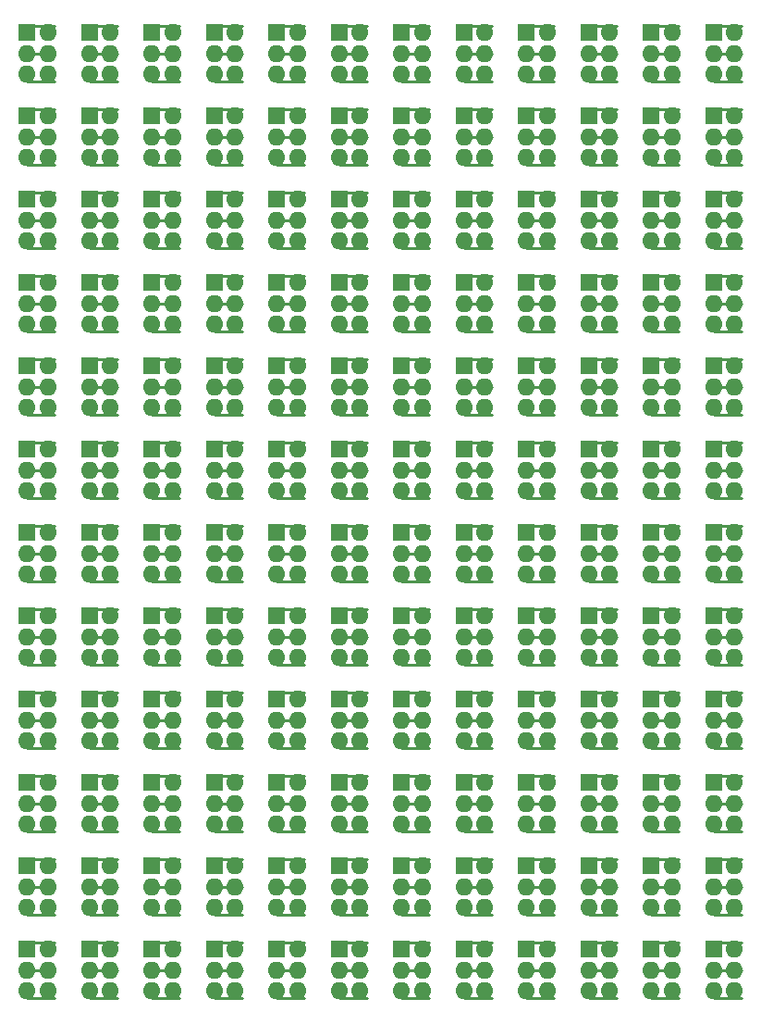
<source format=gbr>
%TF.GenerationSoftware,KiCad,Pcbnew,(6.0.10-0)*%
%TF.CreationDate,2023-11-17T22:44:03+01:00*%
%TF.ProjectId,test sensor panelized,74657374-2073-4656-9e73-6f722070616e,rev?*%
%TF.SameCoordinates,Original*%
%TF.FileFunction,Copper,L1,Top*%
%TF.FilePolarity,Positive*%
%FSLAX46Y46*%
G04 Gerber Fmt 4.6, Leading zero omitted, Abs format (unit mm)*
G04 Created by KiCad (PCBNEW (6.0.10-0)) date 2023-11-17 22:44:03*
%MOMM*%
%LPD*%
G01*
G04 APERTURE LIST*
%TA.AperFunction,ComponentPad*%
%ADD10R,1.600000X1.600000*%
%TD*%
%TA.AperFunction,ComponentPad*%
%ADD11O,1.600000X1.600000*%
%TD*%
%TA.AperFunction,Conductor*%
%ADD12C,0.250000*%
%TD*%
G04 APERTURE END LIST*
D10*
%TO.P,SW1,1*%
%TO.N,N/C*%
X150130000Y-59385000D03*
D11*
%TO.P,SW1,2*%
X150130000Y-61290000D03*
%TO.P,SW1,3*%
X150130000Y-63195000D03*
%TO.P,SW1,4*%
X152035000Y-63195000D03*
%TO.P,SW1,5*%
X152035000Y-61290000D03*
%TO.P,SW1,6*%
X152035000Y-59385000D03*
%TD*%
D10*
%TO.P,SW1,1*%
%TO.N,N/C*%
X127270000Y-112725000D03*
D11*
%TO.P,SW1,2*%
X127270000Y-114630000D03*
%TO.P,SW1,3*%
X127270000Y-116535000D03*
%TO.P,SW1,4*%
X129175000Y-116535000D03*
%TO.P,SW1,5*%
X129175000Y-114630000D03*
%TO.P,SW1,6*%
X129175000Y-112725000D03*
%TD*%
D10*
%TO.P,SW1,1*%
%TO.N,N/C*%
X138700000Y-28905000D03*
D11*
%TO.P,SW1,2*%
X138700000Y-30810000D03*
%TO.P,SW1,3*%
X138700000Y-32715000D03*
%TO.P,SW1,4*%
X140605000Y-32715000D03*
%TO.P,SW1,5*%
X140605000Y-30810000D03*
%TO.P,SW1,6*%
X140605000Y-28905000D03*
%TD*%
D10*
%TO.P,SW1,1*%
%TO.N,N/C*%
X144415000Y-97485000D03*
D11*
%TO.P,SW1,2*%
X144415000Y-99390000D03*
%TO.P,SW1,3*%
X144415000Y-101295000D03*
%TO.P,SW1,4*%
X146320000Y-101295000D03*
%TO.P,SW1,5*%
X146320000Y-99390000D03*
%TO.P,SW1,6*%
X146320000Y-97485000D03*
%TD*%
D10*
%TO.P,SW1,1*%
%TO.N,N/C*%
X155845000Y-36525000D03*
D11*
%TO.P,SW1,2*%
X155845000Y-38430000D03*
%TO.P,SW1,3*%
X155845000Y-40335000D03*
%TO.P,SW1,4*%
X157750000Y-40335000D03*
%TO.P,SW1,5*%
X157750000Y-38430000D03*
%TO.P,SW1,6*%
X157750000Y-36525000D03*
%TD*%
D10*
%TO.P,SW1,1*%
%TO.N,N/C*%
X150130000Y-67005000D03*
D11*
%TO.P,SW1,2*%
X150130000Y-68910000D03*
%TO.P,SW1,3*%
X150130000Y-70815000D03*
%TO.P,SW1,4*%
X152035000Y-70815000D03*
%TO.P,SW1,5*%
X152035000Y-68910000D03*
%TO.P,SW1,6*%
X152035000Y-67005000D03*
%TD*%
D10*
%TO.P,SW1,1*%
%TO.N,N/C*%
X155845000Y-74625000D03*
D11*
%TO.P,SW1,2*%
X155845000Y-76530000D03*
%TO.P,SW1,3*%
X155845000Y-78435000D03*
%TO.P,SW1,4*%
X157750000Y-78435000D03*
%TO.P,SW1,5*%
X157750000Y-76530000D03*
%TO.P,SW1,6*%
X157750000Y-74625000D03*
%TD*%
D10*
%TO.P,SW1,1*%
%TO.N,N/C*%
X172990000Y-89865000D03*
D11*
%TO.P,SW1,2*%
X172990000Y-91770000D03*
%TO.P,SW1,3*%
X172990000Y-93675000D03*
%TO.P,SW1,4*%
X174895000Y-93675000D03*
%TO.P,SW1,5*%
X174895000Y-91770000D03*
%TO.P,SW1,6*%
X174895000Y-89865000D03*
%TD*%
D10*
%TO.P,SW1,1*%
%TO.N,N/C*%
X144415000Y-44145000D03*
D11*
%TO.P,SW1,2*%
X144415000Y-46050000D03*
%TO.P,SW1,3*%
X144415000Y-47955000D03*
%TO.P,SW1,4*%
X146320000Y-47955000D03*
%TO.P,SW1,5*%
X146320000Y-46050000D03*
%TO.P,SW1,6*%
X146320000Y-44145000D03*
%TD*%
D10*
%TO.P,SW1,1*%
%TO.N,N/C*%
X178705000Y-82245000D03*
D11*
%TO.P,SW1,2*%
X178705000Y-84150000D03*
%TO.P,SW1,3*%
X178705000Y-86055000D03*
%TO.P,SW1,4*%
X180610000Y-86055000D03*
%TO.P,SW1,5*%
X180610000Y-84150000D03*
%TO.P,SW1,6*%
X180610000Y-82245000D03*
%TD*%
D10*
%TO.P,SW1,1*%
%TO.N,N/C*%
X132985000Y-97485000D03*
D11*
%TO.P,SW1,2*%
X132985000Y-99390000D03*
%TO.P,SW1,3*%
X132985000Y-101295000D03*
%TO.P,SW1,4*%
X134890000Y-101295000D03*
%TO.P,SW1,5*%
X134890000Y-99390000D03*
%TO.P,SW1,6*%
X134890000Y-97485000D03*
%TD*%
D10*
%TO.P,SW1,1*%
%TO.N,N/C*%
X155845000Y-51765000D03*
D11*
%TO.P,SW1,2*%
X155845000Y-53670000D03*
%TO.P,SW1,3*%
X155845000Y-55575000D03*
%TO.P,SW1,4*%
X157750000Y-55575000D03*
%TO.P,SW1,5*%
X157750000Y-53670000D03*
%TO.P,SW1,6*%
X157750000Y-51765000D03*
%TD*%
D10*
%TO.P,SW1,1*%
%TO.N,N/C*%
X155845000Y-82245000D03*
D11*
%TO.P,SW1,2*%
X155845000Y-84150000D03*
%TO.P,SW1,3*%
X155845000Y-86055000D03*
%TO.P,SW1,4*%
X157750000Y-86055000D03*
%TO.P,SW1,5*%
X157750000Y-84150000D03*
%TO.P,SW1,6*%
X157750000Y-82245000D03*
%TD*%
D10*
%TO.P,SW1,1*%
%TO.N,N/C*%
X115840000Y-36525000D03*
D11*
%TO.P,SW1,2*%
X115840000Y-38430000D03*
%TO.P,SW1,3*%
X115840000Y-40335000D03*
%TO.P,SW1,4*%
X117745000Y-40335000D03*
%TO.P,SW1,5*%
X117745000Y-38430000D03*
%TO.P,SW1,6*%
X117745000Y-36525000D03*
%TD*%
D10*
%TO.P,SW1,1*%
%TO.N,N/C*%
X155845000Y-59385000D03*
D11*
%TO.P,SW1,2*%
X155845000Y-61290000D03*
%TO.P,SW1,3*%
X155845000Y-63195000D03*
%TO.P,SW1,4*%
X157750000Y-63195000D03*
%TO.P,SW1,5*%
X157750000Y-61290000D03*
%TO.P,SW1,6*%
X157750000Y-59385000D03*
%TD*%
D10*
%TO.P,SW1,1*%
%TO.N,N/C*%
X172990000Y-82245000D03*
D11*
%TO.P,SW1,2*%
X172990000Y-84150000D03*
%TO.P,SW1,3*%
X172990000Y-86055000D03*
%TO.P,SW1,4*%
X174895000Y-86055000D03*
%TO.P,SW1,5*%
X174895000Y-84150000D03*
%TO.P,SW1,6*%
X174895000Y-82245000D03*
%TD*%
D10*
%TO.P,SW1,1*%
%TO.N,N/C*%
X167275000Y-74625000D03*
D11*
%TO.P,SW1,2*%
X167275000Y-76530000D03*
%TO.P,SW1,3*%
X167275000Y-78435000D03*
%TO.P,SW1,4*%
X169180000Y-78435000D03*
%TO.P,SW1,5*%
X169180000Y-76530000D03*
%TO.P,SW1,6*%
X169180000Y-74625000D03*
%TD*%
D10*
%TO.P,SW1,1*%
%TO.N,N/C*%
X167275000Y-105105000D03*
D11*
%TO.P,SW1,2*%
X167275000Y-107010000D03*
%TO.P,SW1,3*%
X167275000Y-108915000D03*
%TO.P,SW1,4*%
X169180000Y-108915000D03*
%TO.P,SW1,5*%
X169180000Y-107010000D03*
%TO.P,SW1,6*%
X169180000Y-105105000D03*
%TD*%
D10*
%TO.P,SW1,1*%
%TO.N,N/C*%
X127270000Y-89865000D03*
D11*
%TO.P,SW1,2*%
X127270000Y-91770000D03*
%TO.P,SW1,3*%
X127270000Y-93675000D03*
%TO.P,SW1,4*%
X129175000Y-93675000D03*
%TO.P,SW1,5*%
X129175000Y-91770000D03*
%TO.P,SW1,6*%
X129175000Y-89865000D03*
%TD*%
D10*
%TO.P,SW1,1*%
%TO.N,N/C*%
X115840000Y-89865000D03*
D11*
%TO.P,SW1,2*%
X115840000Y-91770000D03*
%TO.P,SW1,3*%
X115840000Y-93675000D03*
%TO.P,SW1,4*%
X117745000Y-93675000D03*
%TO.P,SW1,5*%
X117745000Y-91770000D03*
%TO.P,SW1,6*%
X117745000Y-89865000D03*
%TD*%
D10*
%TO.P,SW1,1*%
%TO.N,N/C*%
X138700000Y-36525000D03*
D11*
%TO.P,SW1,2*%
X138700000Y-38430000D03*
%TO.P,SW1,3*%
X138700000Y-40335000D03*
%TO.P,SW1,4*%
X140605000Y-40335000D03*
%TO.P,SW1,5*%
X140605000Y-38430000D03*
%TO.P,SW1,6*%
X140605000Y-36525000D03*
%TD*%
D10*
%TO.P,SW1,1*%
%TO.N,N/C*%
X150130000Y-28905000D03*
D11*
%TO.P,SW1,2*%
X150130000Y-30810000D03*
%TO.P,SW1,3*%
X150130000Y-32715000D03*
%TO.P,SW1,4*%
X152035000Y-32715000D03*
%TO.P,SW1,5*%
X152035000Y-30810000D03*
%TO.P,SW1,6*%
X152035000Y-28905000D03*
%TD*%
D10*
%TO.P,SW1,1*%
%TO.N,N/C*%
X144415000Y-82245000D03*
D11*
%TO.P,SW1,2*%
X144415000Y-84150000D03*
%TO.P,SW1,3*%
X144415000Y-86055000D03*
%TO.P,SW1,4*%
X146320000Y-86055000D03*
%TO.P,SW1,5*%
X146320000Y-84150000D03*
%TO.P,SW1,6*%
X146320000Y-82245000D03*
%TD*%
D10*
%TO.P,SW1,1*%
%TO.N,N/C*%
X127270000Y-105105000D03*
D11*
%TO.P,SW1,2*%
X127270000Y-107010000D03*
%TO.P,SW1,3*%
X127270000Y-108915000D03*
%TO.P,SW1,4*%
X129175000Y-108915000D03*
%TO.P,SW1,5*%
X129175000Y-107010000D03*
%TO.P,SW1,6*%
X129175000Y-105105000D03*
%TD*%
D10*
%TO.P,SW1,1*%
%TO.N,N/C*%
X172990000Y-28905000D03*
D11*
%TO.P,SW1,2*%
X172990000Y-30810000D03*
%TO.P,SW1,3*%
X172990000Y-32715000D03*
%TO.P,SW1,4*%
X174895000Y-32715000D03*
%TO.P,SW1,5*%
X174895000Y-30810000D03*
%TO.P,SW1,6*%
X174895000Y-28905000D03*
%TD*%
D10*
%TO.P,SW1,1*%
%TO.N,N/C*%
X121555000Y-51765000D03*
D11*
%TO.P,SW1,2*%
X121555000Y-53670000D03*
%TO.P,SW1,3*%
X121555000Y-55575000D03*
%TO.P,SW1,4*%
X123460000Y-55575000D03*
%TO.P,SW1,5*%
X123460000Y-53670000D03*
%TO.P,SW1,6*%
X123460000Y-51765000D03*
%TD*%
D10*
%TO.P,SW1,1*%
%TO.N,N/C*%
X167275000Y-67005000D03*
D11*
%TO.P,SW1,2*%
X167275000Y-68910000D03*
%TO.P,SW1,3*%
X167275000Y-70815000D03*
%TO.P,SW1,4*%
X169180000Y-70815000D03*
%TO.P,SW1,5*%
X169180000Y-68910000D03*
%TO.P,SW1,6*%
X169180000Y-67005000D03*
%TD*%
D10*
%TO.P,SW1,1*%
%TO.N,N/C*%
X127270000Y-67005000D03*
D11*
%TO.P,SW1,2*%
X127270000Y-68910000D03*
%TO.P,SW1,3*%
X127270000Y-70815000D03*
%TO.P,SW1,4*%
X129175000Y-70815000D03*
%TO.P,SW1,5*%
X129175000Y-68910000D03*
%TO.P,SW1,6*%
X129175000Y-67005000D03*
%TD*%
D10*
%TO.P,SW1,1*%
%TO.N,N/C*%
X172990000Y-67005000D03*
D11*
%TO.P,SW1,2*%
X172990000Y-68910000D03*
%TO.P,SW1,3*%
X172990000Y-70815000D03*
%TO.P,SW1,4*%
X174895000Y-70815000D03*
%TO.P,SW1,5*%
X174895000Y-68910000D03*
%TO.P,SW1,6*%
X174895000Y-67005000D03*
%TD*%
D10*
%TO.P,SW1,1*%
%TO.N,N/C*%
X144415000Y-36525000D03*
D11*
%TO.P,SW1,2*%
X144415000Y-38430000D03*
%TO.P,SW1,3*%
X144415000Y-40335000D03*
%TO.P,SW1,4*%
X146320000Y-40335000D03*
%TO.P,SW1,5*%
X146320000Y-38430000D03*
%TO.P,SW1,6*%
X146320000Y-36525000D03*
%TD*%
D10*
%TO.P,SW1,1*%
%TO.N,N/C*%
X132985000Y-67005000D03*
D11*
%TO.P,SW1,2*%
X132985000Y-68910000D03*
%TO.P,SW1,3*%
X132985000Y-70815000D03*
%TO.P,SW1,4*%
X134890000Y-70815000D03*
%TO.P,SW1,5*%
X134890000Y-68910000D03*
%TO.P,SW1,6*%
X134890000Y-67005000D03*
%TD*%
D10*
%TO.P,SW1,1*%
%TO.N,N/C*%
X144415000Y-67005000D03*
D11*
%TO.P,SW1,2*%
X144415000Y-68910000D03*
%TO.P,SW1,3*%
X144415000Y-70815000D03*
%TO.P,SW1,4*%
X146320000Y-70815000D03*
%TO.P,SW1,5*%
X146320000Y-68910000D03*
%TO.P,SW1,6*%
X146320000Y-67005000D03*
%TD*%
D10*
%TO.P,SW1,1*%
%TO.N,N/C*%
X115840000Y-112725000D03*
D11*
%TO.P,SW1,2*%
X115840000Y-114630000D03*
%TO.P,SW1,3*%
X115840000Y-116535000D03*
%TO.P,SW1,4*%
X117745000Y-116535000D03*
%TO.P,SW1,5*%
X117745000Y-114630000D03*
%TO.P,SW1,6*%
X117745000Y-112725000D03*
%TD*%
D10*
%TO.P,SW1,1*%
%TO.N,N/C*%
X132985000Y-112725000D03*
D11*
%TO.P,SW1,2*%
X132985000Y-114630000D03*
%TO.P,SW1,3*%
X132985000Y-116535000D03*
%TO.P,SW1,4*%
X134890000Y-116535000D03*
%TO.P,SW1,5*%
X134890000Y-114630000D03*
%TO.P,SW1,6*%
X134890000Y-112725000D03*
%TD*%
D10*
%TO.P,SW1,1*%
%TO.N,N/C*%
X161560000Y-67005000D03*
D11*
%TO.P,SW1,2*%
X161560000Y-68910000D03*
%TO.P,SW1,3*%
X161560000Y-70815000D03*
%TO.P,SW1,4*%
X163465000Y-70815000D03*
%TO.P,SW1,5*%
X163465000Y-68910000D03*
%TO.P,SW1,6*%
X163465000Y-67005000D03*
%TD*%
D10*
%TO.P,SW1,1*%
%TO.N,N/C*%
X150130000Y-44145000D03*
D11*
%TO.P,SW1,2*%
X150130000Y-46050000D03*
%TO.P,SW1,3*%
X150130000Y-47955000D03*
%TO.P,SW1,4*%
X152035000Y-47955000D03*
%TO.P,SW1,5*%
X152035000Y-46050000D03*
%TO.P,SW1,6*%
X152035000Y-44145000D03*
%TD*%
D10*
%TO.P,SW1,1*%
%TO.N,N/C*%
X167275000Y-59385000D03*
D11*
%TO.P,SW1,2*%
X167275000Y-61290000D03*
%TO.P,SW1,3*%
X167275000Y-63195000D03*
%TO.P,SW1,4*%
X169180000Y-63195000D03*
%TO.P,SW1,5*%
X169180000Y-61290000D03*
%TO.P,SW1,6*%
X169180000Y-59385000D03*
%TD*%
D10*
%TO.P,SW1,1*%
%TO.N,N/C*%
X138700000Y-51765000D03*
D11*
%TO.P,SW1,2*%
X138700000Y-53670000D03*
%TO.P,SW1,3*%
X138700000Y-55575000D03*
%TO.P,SW1,4*%
X140605000Y-55575000D03*
%TO.P,SW1,5*%
X140605000Y-53670000D03*
%TO.P,SW1,6*%
X140605000Y-51765000D03*
%TD*%
D10*
%TO.P,SW1,1*%
%TO.N,N/C*%
X144415000Y-112725000D03*
D11*
%TO.P,SW1,2*%
X144415000Y-114630000D03*
%TO.P,SW1,3*%
X144415000Y-116535000D03*
%TO.P,SW1,4*%
X146320000Y-116535000D03*
%TO.P,SW1,5*%
X146320000Y-114630000D03*
%TO.P,SW1,6*%
X146320000Y-112725000D03*
%TD*%
D10*
%TO.P,SW1,1*%
%TO.N,N/C*%
X172990000Y-51765000D03*
D11*
%TO.P,SW1,2*%
X172990000Y-53670000D03*
%TO.P,SW1,3*%
X172990000Y-55575000D03*
%TO.P,SW1,4*%
X174895000Y-55575000D03*
%TO.P,SW1,5*%
X174895000Y-53670000D03*
%TO.P,SW1,6*%
X174895000Y-51765000D03*
%TD*%
D10*
%TO.P,SW1,1*%
%TO.N,N/C*%
X150130000Y-97485000D03*
D11*
%TO.P,SW1,2*%
X150130000Y-99390000D03*
%TO.P,SW1,3*%
X150130000Y-101295000D03*
%TO.P,SW1,4*%
X152035000Y-101295000D03*
%TO.P,SW1,5*%
X152035000Y-99390000D03*
%TO.P,SW1,6*%
X152035000Y-97485000D03*
%TD*%
D10*
%TO.P,SW1,1*%
%TO.N,N/C*%
X127270000Y-36525000D03*
D11*
%TO.P,SW1,2*%
X127270000Y-38430000D03*
%TO.P,SW1,3*%
X127270000Y-40335000D03*
%TO.P,SW1,4*%
X129175000Y-40335000D03*
%TO.P,SW1,5*%
X129175000Y-38430000D03*
%TO.P,SW1,6*%
X129175000Y-36525000D03*
%TD*%
D10*
%TO.P,SW1,1*%
%TO.N,N/C*%
X144415000Y-74625000D03*
D11*
%TO.P,SW1,2*%
X144415000Y-76530000D03*
%TO.P,SW1,3*%
X144415000Y-78435000D03*
%TO.P,SW1,4*%
X146320000Y-78435000D03*
%TO.P,SW1,5*%
X146320000Y-76530000D03*
%TO.P,SW1,6*%
X146320000Y-74625000D03*
%TD*%
D10*
%TO.P,SW1,1*%
%TO.N,N/C*%
X155845000Y-28905000D03*
D11*
%TO.P,SW1,2*%
X155845000Y-30810000D03*
%TO.P,SW1,3*%
X155845000Y-32715000D03*
%TO.P,SW1,4*%
X157750000Y-32715000D03*
%TO.P,SW1,5*%
X157750000Y-30810000D03*
%TO.P,SW1,6*%
X157750000Y-28905000D03*
%TD*%
D10*
%TO.P,SW1,1*%
%TO.N,N/C*%
X167275000Y-28905000D03*
D11*
%TO.P,SW1,2*%
X167275000Y-30810000D03*
%TO.P,SW1,3*%
X167275000Y-32715000D03*
%TO.P,SW1,4*%
X169180000Y-32715000D03*
%TO.P,SW1,5*%
X169180000Y-30810000D03*
%TO.P,SW1,6*%
X169180000Y-28905000D03*
%TD*%
D10*
%TO.P,SW1,1*%
%TO.N,N/C*%
X172990000Y-112725000D03*
D11*
%TO.P,SW1,2*%
X172990000Y-114630000D03*
%TO.P,SW1,3*%
X172990000Y-116535000D03*
%TO.P,SW1,4*%
X174895000Y-116535000D03*
%TO.P,SW1,5*%
X174895000Y-114630000D03*
%TO.P,SW1,6*%
X174895000Y-112725000D03*
%TD*%
D10*
%TO.P,SW1,1*%
%TO.N,N/C*%
X115840000Y-74625000D03*
D11*
%TO.P,SW1,2*%
X115840000Y-76530000D03*
%TO.P,SW1,3*%
X115840000Y-78435000D03*
%TO.P,SW1,4*%
X117745000Y-78435000D03*
%TO.P,SW1,5*%
X117745000Y-76530000D03*
%TO.P,SW1,6*%
X117745000Y-74625000D03*
%TD*%
D10*
%TO.P,SW1,1*%
%TO.N,N/C*%
X121555000Y-97485000D03*
D11*
%TO.P,SW1,2*%
X121555000Y-99390000D03*
%TO.P,SW1,3*%
X121555000Y-101295000D03*
%TO.P,SW1,4*%
X123460000Y-101295000D03*
%TO.P,SW1,5*%
X123460000Y-99390000D03*
%TO.P,SW1,6*%
X123460000Y-97485000D03*
%TD*%
D10*
%TO.P,SW1,1*%
%TO.N,N/C*%
X132985000Y-74625000D03*
D11*
%TO.P,SW1,2*%
X132985000Y-76530000D03*
%TO.P,SW1,3*%
X132985000Y-78435000D03*
%TO.P,SW1,4*%
X134890000Y-78435000D03*
%TO.P,SW1,5*%
X134890000Y-76530000D03*
%TO.P,SW1,6*%
X134890000Y-74625000D03*
%TD*%
D10*
%TO.P,SW1,1*%
%TO.N,N/C*%
X132985000Y-51765000D03*
D11*
%TO.P,SW1,2*%
X132985000Y-53670000D03*
%TO.P,SW1,3*%
X132985000Y-55575000D03*
%TO.P,SW1,4*%
X134890000Y-55575000D03*
%TO.P,SW1,5*%
X134890000Y-53670000D03*
%TO.P,SW1,6*%
X134890000Y-51765000D03*
%TD*%
D10*
%TO.P,SW1,1*%
%TO.N,N/C*%
X132985000Y-89865000D03*
D11*
%TO.P,SW1,2*%
X132985000Y-91770000D03*
%TO.P,SW1,3*%
X132985000Y-93675000D03*
%TO.P,SW1,4*%
X134890000Y-93675000D03*
%TO.P,SW1,5*%
X134890000Y-91770000D03*
%TO.P,SW1,6*%
X134890000Y-89865000D03*
%TD*%
D10*
%TO.P,SW1,1*%
%TO.N,N/C*%
X167275000Y-97485000D03*
D11*
%TO.P,SW1,2*%
X167275000Y-99390000D03*
%TO.P,SW1,3*%
X167275000Y-101295000D03*
%TO.P,SW1,4*%
X169180000Y-101295000D03*
%TO.P,SW1,5*%
X169180000Y-99390000D03*
%TO.P,SW1,6*%
X169180000Y-97485000D03*
%TD*%
D10*
%TO.P,SW1,1*%
%TO.N,N/C*%
X167275000Y-82245000D03*
D11*
%TO.P,SW1,2*%
X167275000Y-84150000D03*
%TO.P,SW1,3*%
X167275000Y-86055000D03*
%TO.P,SW1,4*%
X169180000Y-86055000D03*
%TO.P,SW1,5*%
X169180000Y-84150000D03*
%TO.P,SW1,6*%
X169180000Y-82245000D03*
%TD*%
D10*
%TO.P,SW1,1*%
%TO.N,N/C*%
X144415000Y-51765000D03*
D11*
%TO.P,SW1,2*%
X144415000Y-53670000D03*
%TO.P,SW1,3*%
X144415000Y-55575000D03*
%TO.P,SW1,4*%
X146320000Y-55575000D03*
%TO.P,SW1,5*%
X146320000Y-53670000D03*
%TO.P,SW1,6*%
X146320000Y-51765000D03*
%TD*%
D10*
%TO.P,SW1,1*%
%TO.N,N/C*%
X115840000Y-51765000D03*
D11*
%TO.P,SW1,2*%
X115840000Y-53670000D03*
%TO.P,SW1,3*%
X115840000Y-55575000D03*
%TO.P,SW1,4*%
X117745000Y-55575000D03*
%TO.P,SW1,5*%
X117745000Y-53670000D03*
%TO.P,SW1,6*%
X117745000Y-51765000D03*
%TD*%
D10*
%TO.P,SW1,1*%
%TO.N,N/C*%
X121555000Y-36525000D03*
D11*
%TO.P,SW1,2*%
X121555000Y-38430000D03*
%TO.P,SW1,3*%
X121555000Y-40335000D03*
%TO.P,SW1,4*%
X123460000Y-40335000D03*
%TO.P,SW1,5*%
X123460000Y-38430000D03*
%TO.P,SW1,6*%
X123460000Y-36525000D03*
%TD*%
D10*
%TO.P,SW1,1*%
%TO.N,N/C*%
X178705000Y-89865000D03*
D11*
%TO.P,SW1,2*%
X178705000Y-91770000D03*
%TO.P,SW1,3*%
X178705000Y-93675000D03*
%TO.P,SW1,4*%
X180610000Y-93675000D03*
%TO.P,SW1,5*%
X180610000Y-91770000D03*
%TO.P,SW1,6*%
X180610000Y-89865000D03*
%TD*%
D10*
%TO.P,SW1,1*%
%TO.N,N/C*%
X132985000Y-44145000D03*
D11*
%TO.P,SW1,2*%
X132985000Y-46050000D03*
%TO.P,SW1,3*%
X132985000Y-47955000D03*
%TO.P,SW1,4*%
X134890000Y-47955000D03*
%TO.P,SW1,5*%
X134890000Y-46050000D03*
%TO.P,SW1,6*%
X134890000Y-44145000D03*
%TD*%
D10*
%TO.P,SW1,1*%
%TO.N,N/C*%
X178705000Y-74625000D03*
D11*
%TO.P,SW1,2*%
X178705000Y-76530000D03*
%TO.P,SW1,3*%
X178705000Y-78435000D03*
%TO.P,SW1,4*%
X180610000Y-78435000D03*
%TO.P,SW1,5*%
X180610000Y-76530000D03*
%TO.P,SW1,6*%
X180610000Y-74625000D03*
%TD*%
D10*
%TO.P,SW1,1*%
%TO.N,N/C*%
X115840000Y-97485000D03*
D11*
%TO.P,SW1,2*%
X115840000Y-99390000D03*
%TO.P,SW1,3*%
X115840000Y-101295000D03*
%TO.P,SW1,4*%
X117745000Y-101295000D03*
%TO.P,SW1,5*%
X117745000Y-99390000D03*
%TO.P,SW1,6*%
X117745000Y-97485000D03*
%TD*%
D10*
%TO.P,SW1,1*%
%TO.N,N/C*%
X115840000Y-105105000D03*
D11*
%TO.P,SW1,2*%
X115840000Y-107010000D03*
%TO.P,SW1,3*%
X115840000Y-108915000D03*
%TO.P,SW1,4*%
X117745000Y-108915000D03*
%TO.P,SW1,5*%
X117745000Y-107010000D03*
%TO.P,SW1,6*%
X117745000Y-105105000D03*
%TD*%
D10*
%TO.P,SW1,1*%
%TO.N,N/C*%
X161560000Y-105105000D03*
D11*
%TO.P,SW1,2*%
X161560000Y-107010000D03*
%TO.P,SW1,3*%
X161560000Y-108915000D03*
%TO.P,SW1,4*%
X163465000Y-108915000D03*
%TO.P,SW1,5*%
X163465000Y-107010000D03*
%TO.P,SW1,6*%
X163465000Y-105105000D03*
%TD*%
D10*
%TO.P,SW1,1*%
%TO.N,N/C*%
X161560000Y-97485000D03*
D11*
%TO.P,SW1,2*%
X161560000Y-99390000D03*
%TO.P,SW1,3*%
X161560000Y-101295000D03*
%TO.P,SW1,4*%
X163465000Y-101295000D03*
%TO.P,SW1,5*%
X163465000Y-99390000D03*
%TO.P,SW1,6*%
X163465000Y-97485000D03*
%TD*%
D10*
%TO.P,SW1,1*%
%TO.N,N/C*%
X161560000Y-112725000D03*
D11*
%TO.P,SW1,2*%
X161560000Y-114630000D03*
%TO.P,SW1,3*%
X161560000Y-116535000D03*
%TO.P,SW1,4*%
X163465000Y-116535000D03*
%TO.P,SW1,5*%
X163465000Y-114630000D03*
%TO.P,SW1,6*%
X163465000Y-112725000D03*
%TD*%
D10*
%TO.P,SW1,1*%
%TO.N,N/C*%
X138700000Y-59385000D03*
D11*
%TO.P,SW1,2*%
X138700000Y-61290000D03*
%TO.P,SW1,3*%
X138700000Y-63195000D03*
%TO.P,SW1,4*%
X140605000Y-63195000D03*
%TO.P,SW1,5*%
X140605000Y-61290000D03*
%TO.P,SW1,6*%
X140605000Y-59385000D03*
%TD*%
D10*
%TO.P,SW1,1*%
%TO.N,N/C*%
X138700000Y-44145000D03*
D11*
%TO.P,SW1,2*%
X138700000Y-46050000D03*
%TO.P,SW1,3*%
X138700000Y-47955000D03*
%TO.P,SW1,4*%
X140605000Y-47955000D03*
%TO.P,SW1,5*%
X140605000Y-46050000D03*
%TO.P,SW1,6*%
X140605000Y-44145000D03*
%TD*%
D10*
%TO.P,SW1,1*%
%TO.N,N/C*%
X161560000Y-51765000D03*
D11*
%TO.P,SW1,2*%
X161560000Y-53670000D03*
%TO.P,SW1,3*%
X161560000Y-55575000D03*
%TO.P,SW1,4*%
X163465000Y-55575000D03*
%TO.P,SW1,5*%
X163465000Y-53670000D03*
%TO.P,SW1,6*%
X163465000Y-51765000D03*
%TD*%
D10*
%TO.P,SW1,1*%
%TO.N,N/C*%
X138700000Y-97485000D03*
D11*
%TO.P,SW1,2*%
X138700000Y-99390000D03*
%TO.P,SW1,3*%
X138700000Y-101295000D03*
%TO.P,SW1,4*%
X140605000Y-101295000D03*
%TO.P,SW1,5*%
X140605000Y-99390000D03*
%TO.P,SW1,6*%
X140605000Y-97485000D03*
%TD*%
D10*
%TO.P,SW1,1*%
%TO.N,N/C*%
X138700000Y-67005000D03*
D11*
%TO.P,SW1,2*%
X138700000Y-68910000D03*
%TO.P,SW1,3*%
X138700000Y-70815000D03*
%TO.P,SW1,4*%
X140605000Y-70815000D03*
%TO.P,SW1,5*%
X140605000Y-68910000D03*
%TO.P,SW1,6*%
X140605000Y-67005000D03*
%TD*%
D10*
%TO.P,SW1,1*%
%TO.N,N/C*%
X161560000Y-36525000D03*
D11*
%TO.P,SW1,2*%
X161560000Y-38430000D03*
%TO.P,SW1,3*%
X161560000Y-40335000D03*
%TO.P,SW1,4*%
X163465000Y-40335000D03*
%TO.P,SW1,5*%
X163465000Y-38430000D03*
%TO.P,SW1,6*%
X163465000Y-36525000D03*
%TD*%
D10*
%TO.P,SW1,1*%
%TO.N,N/C*%
X161560000Y-89865000D03*
D11*
%TO.P,SW1,2*%
X161560000Y-91770000D03*
%TO.P,SW1,3*%
X161560000Y-93675000D03*
%TO.P,SW1,4*%
X163465000Y-93675000D03*
%TO.P,SW1,5*%
X163465000Y-91770000D03*
%TO.P,SW1,6*%
X163465000Y-89865000D03*
%TD*%
D10*
%TO.P,SW1,1*%
%TO.N,N/C*%
X161560000Y-82245000D03*
D11*
%TO.P,SW1,2*%
X161560000Y-84150000D03*
%TO.P,SW1,3*%
X161560000Y-86055000D03*
%TO.P,SW1,4*%
X163465000Y-86055000D03*
%TO.P,SW1,5*%
X163465000Y-84150000D03*
%TO.P,SW1,6*%
X163465000Y-82245000D03*
%TD*%
D10*
%TO.P,SW1,1*%
%TO.N,N/C*%
X127270000Y-44145000D03*
D11*
%TO.P,SW1,2*%
X127270000Y-46050000D03*
%TO.P,SW1,3*%
X127270000Y-47955000D03*
%TO.P,SW1,4*%
X129175000Y-47955000D03*
%TO.P,SW1,5*%
X129175000Y-46050000D03*
%TO.P,SW1,6*%
X129175000Y-44145000D03*
%TD*%
D10*
%TO.P,SW1,1*%
%TO.N,N/C*%
X132985000Y-105105000D03*
D11*
%TO.P,SW1,2*%
X132985000Y-107010000D03*
%TO.P,SW1,3*%
X132985000Y-108915000D03*
%TO.P,SW1,4*%
X134890000Y-108915000D03*
%TO.P,SW1,5*%
X134890000Y-107010000D03*
%TO.P,SW1,6*%
X134890000Y-105105000D03*
%TD*%
D10*
%TO.P,SW1,1*%
%TO.N,N/C*%
X127270000Y-28905000D03*
D11*
%TO.P,SW1,2*%
X127270000Y-30810000D03*
%TO.P,SW1,3*%
X127270000Y-32715000D03*
%TO.P,SW1,4*%
X129175000Y-32715000D03*
%TO.P,SW1,5*%
X129175000Y-30810000D03*
%TO.P,SW1,6*%
X129175000Y-28905000D03*
%TD*%
D10*
%TO.P,SW1,1*%
%TO.N,N/C*%
X132985000Y-82245000D03*
D11*
%TO.P,SW1,2*%
X132985000Y-84150000D03*
%TO.P,SW1,3*%
X132985000Y-86055000D03*
%TO.P,SW1,4*%
X134890000Y-86055000D03*
%TO.P,SW1,5*%
X134890000Y-84150000D03*
%TO.P,SW1,6*%
X134890000Y-82245000D03*
%TD*%
D10*
%TO.P,SW1,1*%
%TO.N,N/C*%
X138700000Y-74625000D03*
D11*
%TO.P,SW1,2*%
X138700000Y-76530000D03*
%TO.P,SW1,3*%
X138700000Y-78435000D03*
%TO.P,SW1,4*%
X140605000Y-78435000D03*
%TO.P,SW1,5*%
X140605000Y-76530000D03*
%TO.P,SW1,6*%
X140605000Y-74625000D03*
%TD*%
D10*
%TO.P,SW1,1*%
%TO.N,N/C*%
X155845000Y-97485000D03*
D11*
%TO.P,SW1,2*%
X155845000Y-99390000D03*
%TO.P,SW1,3*%
X155845000Y-101295000D03*
%TO.P,SW1,4*%
X157750000Y-101295000D03*
%TO.P,SW1,5*%
X157750000Y-99390000D03*
%TO.P,SW1,6*%
X157750000Y-97485000D03*
%TD*%
D10*
%TO.P,SW1,1*%
%TO.N,N/C*%
X155845000Y-67005000D03*
D11*
%TO.P,SW1,2*%
X155845000Y-68910000D03*
%TO.P,SW1,3*%
X155845000Y-70815000D03*
%TO.P,SW1,4*%
X157750000Y-70815000D03*
%TO.P,SW1,5*%
X157750000Y-68910000D03*
%TO.P,SW1,6*%
X157750000Y-67005000D03*
%TD*%
D10*
%TO.P,SW1,1*%
%TO.N,N/C*%
X138700000Y-112725000D03*
D11*
%TO.P,SW1,2*%
X138700000Y-114630000D03*
%TO.P,SW1,3*%
X138700000Y-116535000D03*
%TO.P,SW1,4*%
X140605000Y-116535000D03*
%TO.P,SW1,5*%
X140605000Y-114630000D03*
%TO.P,SW1,6*%
X140605000Y-112725000D03*
%TD*%
D10*
%TO.P,SW1,1*%
%TO.N,N/C*%
X161560000Y-44145000D03*
D11*
%TO.P,SW1,2*%
X161560000Y-46050000D03*
%TO.P,SW1,3*%
X161560000Y-47955000D03*
%TO.P,SW1,4*%
X163465000Y-47955000D03*
%TO.P,SW1,5*%
X163465000Y-46050000D03*
%TO.P,SW1,6*%
X163465000Y-44145000D03*
%TD*%
D10*
%TO.P,SW1,1*%
%TO.N,N/C*%
X121555000Y-82245000D03*
D11*
%TO.P,SW1,2*%
X121555000Y-84150000D03*
%TO.P,SW1,3*%
X121555000Y-86055000D03*
%TO.P,SW1,4*%
X123460000Y-86055000D03*
%TO.P,SW1,5*%
X123460000Y-84150000D03*
%TO.P,SW1,6*%
X123460000Y-82245000D03*
%TD*%
D10*
%TO.P,SW1,1*%
%TO.N,N/C*%
X127270000Y-82245000D03*
D11*
%TO.P,SW1,2*%
X127270000Y-84150000D03*
%TO.P,SW1,3*%
X127270000Y-86055000D03*
%TO.P,SW1,4*%
X129175000Y-86055000D03*
%TO.P,SW1,5*%
X129175000Y-84150000D03*
%TO.P,SW1,6*%
X129175000Y-82245000D03*
%TD*%
D10*
%TO.P,SW1,1*%
%TO.N,N/C*%
X178705000Y-97485000D03*
D11*
%TO.P,SW1,2*%
X178705000Y-99390000D03*
%TO.P,SW1,3*%
X178705000Y-101295000D03*
%TO.P,SW1,4*%
X180610000Y-101295000D03*
%TO.P,SW1,5*%
X180610000Y-99390000D03*
%TO.P,SW1,6*%
X180610000Y-97485000D03*
%TD*%
D10*
%TO.P,SW1,1*%
%TO.N,N/C*%
X167275000Y-112725000D03*
D11*
%TO.P,SW1,2*%
X167275000Y-114630000D03*
%TO.P,SW1,3*%
X167275000Y-116535000D03*
%TO.P,SW1,4*%
X169180000Y-116535000D03*
%TO.P,SW1,5*%
X169180000Y-114630000D03*
%TO.P,SW1,6*%
X169180000Y-112725000D03*
%TD*%
D10*
%TO.P,SW1,1*%
%TO.N,N/C*%
X121555000Y-67005000D03*
D11*
%TO.P,SW1,2*%
X121555000Y-68910000D03*
%TO.P,SW1,3*%
X121555000Y-70815000D03*
%TO.P,SW1,4*%
X123460000Y-70815000D03*
%TO.P,SW1,5*%
X123460000Y-68910000D03*
%TO.P,SW1,6*%
X123460000Y-67005000D03*
%TD*%
D10*
%TO.P,SW1,1*%
%TO.N,N/C*%
X115840000Y-28905000D03*
D11*
%TO.P,SW1,2*%
X115840000Y-30810000D03*
%TO.P,SW1,3*%
X115840000Y-32715000D03*
%TO.P,SW1,4*%
X117745000Y-32715000D03*
%TO.P,SW1,5*%
X117745000Y-30810000D03*
%TO.P,SW1,6*%
X117745000Y-28905000D03*
%TD*%
D10*
%TO.P,SW1,1*%
%TO.N,N/C*%
X150130000Y-36525000D03*
D11*
%TO.P,SW1,2*%
X150130000Y-38430000D03*
%TO.P,SW1,3*%
X150130000Y-40335000D03*
%TO.P,SW1,4*%
X152035000Y-40335000D03*
%TO.P,SW1,5*%
X152035000Y-38430000D03*
%TO.P,SW1,6*%
X152035000Y-36525000D03*
%TD*%
D10*
%TO.P,SW1,1*%
%TO.N,N/C*%
X172990000Y-44145000D03*
D11*
%TO.P,SW1,2*%
X172990000Y-46050000D03*
%TO.P,SW1,3*%
X172990000Y-47955000D03*
%TO.P,SW1,4*%
X174895000Y-47955000D03*
%TO.P,SW1,5*%
X174895000Y-46050000D03*
%TO.P,SW1,6*%
X174895000Y-44145000D03*
%TD*%
D10*
%TO.P,SW1,1*%
%TO.N,N/C*%
X178705000Y-105105000D03*
D11*
%TO.P,SW1,2*%
X178705000Y-107010000D03*
%TO.P,SW1,3*%
X178705000Y-108915000D03*
%TO.P,SW1,4*%
X180610000Y-108915000D03*
%TO.P,SW1,5*%
X180610000Y-107010000D03*
%TO.P,SW1,6*%
X180610000Y-105105000D03*
%TD*%
D10*
%TO.P,SW1,1*%
%TO.N,N/C*%
X172990000Y-36525000D03*
D11*
%TO.P,SW1,2*%
X172990000Y-38430000D03*
%TO.P,SW1,3*%
X172990000Y-40335000D03*
%TO.P,SW1,4*%
X174895000Y-40335000D03*
%TO.P,SW1,5*%
X174895000Y-38430000D03*
%TO.P,SW1,6*%
X174895000Y-36525000D03*
%TD*%
D10*
%TO.P,SW1,1*%
%TO.N,N/C*%
X167275000Y-44145000D03*
D11*
%TO.P,SW1,2*%
X167275000Y-46050000D03*
%TO.P,SW1,3*%
X167275000Y-47955000D03*
%TO.P,SW1,4*%
X169180000Y-47955000D03*
%TO.P,SW1,5*%
X169180000Y-46050000D03*
%TO.P,SW1,6*%
X169180000Y-44145000D03*
%TD*%
D10*
%TO.P,SW1,1*%
%TO.N,N/C*%
X172990000Y-74625000D03*
D11*
%TO.P,SW1,2*%
X172990000Y-76530000D03*
%TO.P,SW1,3*%
X172990000Y-78435000D03*
%TO.P,SW1,4*%
X174895000Y-78435000D03*
%TO.P,SW1,5*%
X174895000Y-76530000D03*
%TO.P,SW1,6*%
X174895000Y-74625000D03*
%TD*%
D10*
%TO.P,SW1,1*%
%TO.N,N/C*%
X115840000Y-59385000D03*
D11*
%TO.P,SW1,2*%
X115840000Y-61290000D03*
%TO.P,SW1,3*%
X115840000Y-63195000D03*
%TO.P,SW1,4*%
X117745000Y-63195000D03*
%TO.P,SW1,5*%
X117745000Y-61290000D03*
%TO.P,SW1,6*%
X117745000Y-59385000D03*
%TD*%
D10*
%TO.P,SW1,1*%
%TO.N,N/C*%
X161560000Y-28905000D03*
D11*
%TO.P,SW1,2*%
X161560000Y-30810000D03*
%TO.P,SW1,3*%
X161560000Y-32715000D03*
%TO.P,SW1,4*%
X163465000Y-32715000D03*
%TO.P,SW1,5*%
X163465000Y-30810000D03*
%TO.P,SW1,6*%
X163465000Y-28905000D03*
%TD*%
D10*
%TO.P,SW1,1*%
%TO.N,N/C*%
X121555000Y-89865000D03*
D11*
%TO.P,SW1,2*%
X121555000Y-91770000D03*
%TO.P,SW1,3*%
X121555000Y-93675000D03*
%TO.P,SW1,4*%
X123460000Y-93675000D03*
%TO.P,SW1,5*%
X123460000Y-91770000D03*
%TO.P,SW1,6*%
X123460000Y-89865000D03*
%TD*%
D10*
%TO.P,SW1,1*%
%TO.N,N/C*%
X178705000Y-44145000D03*
D11*
%TO.P,SW1,2*%
X178705000Y-46050000D03*
%TO.P,SW1,3*%
X178705000Y-47955000D03*
%TO.P,SW1,4*%
X180610000Y-47955000D03*
%TO.P,SW1,5*%
X180610000Y-46050000D03*
%TO.P,SW1,6*%
X180610000Y-44145000D03*
%TD*%
D10*
%TO.P,SW1,1*%
%TO.N,N/C*%
X167275000Y-36525000D03*
D11*
%TO.P,SW1,2*%
X167275000Y-38430000D03*
%TO.P,SW1,3*%
X167275000Y-40335000D03*
%TO.P,SW1,4*%
X169180000Y-40335000D03*
%TO.P,SW1,5*%
X169180000Y-38430000D03*
%TO.P,SW1,6*%
X169180000Y-36525000D03*
%TD*%
D10*
%TO.P,SW1,1*%
%TO.N,N/C*%
X172990000Y-97485000D03*
D11*
%TO.P,SW1,2*%
X172990000Y-99390000D03*
%TO.P,SW1,3*%
X172990000Y-101295000D03*
%TO.P,SW1,4*%
X174895000Y-101295000D03*
%TO.P,SW1,5*%
X174895000Y-99390000D03*
%TO.P,SW1,6*%
X174895000Y-97485000D03*
%TD*%
D10*
%TO.P,SW1,1*%
%TO.N,N/C*%
X127270000Y-59385000D03*
D11*
%TO.P,SW1,2*%
X127270000Y-61290000D03*
%TO.P,SW1,3*%
X127270000Y-63195000D03*
%TO.P,SW1,4*%
X129175000Y-63195000D03*
%TO.P,SW1,5*%
X129175000Y-61290000D03*
%TO.P,SW1,6*%
X129175000Y-59385000D03*
%TD*%
D10*
%TO.P,SW1,1*%
%TO.N,N/C*%
X127270000Y-51765000D03*
D11*
%TO.P,SW1,2*%
X127270000Y-53670000D03*
%TO.P,SW1,3*%
X127270000Y-55575000D03*
%TO.P,SW1,4*%
X129175000Y-55575000D03*
%TO.P,SW1,5*%
X129175000Y-53670000D03*
%TO.P,SW1,6*%
X129175000Y-51765000D03*
%TD*%
D10*
%TO.P,SW1,1*%
%TO.N,N/C*%
X121555000Y-112725000D03*
D11*
%TO.P,SW1,2*%
X121555000Y-114630000D03*
%TO.P,SW1,3*%
X121555000Y-116535000D03*
%TO.P,SW1,4*%
X123460000Y-116535000D03*
%TO.P,SW1,5*%
X123460000Y-114630000D03*
%TO.P,SW1,6*%
X123460000Y-112725000D03*
%TD*%
D10*
%TO.P,SW1,1*%
%TO.N,N/C*%
X115840000Y-44145000D03*
D11*
%TO.P,SW1,2*%
X115840000Y-46050000D03*
%TO.P,SW1,3*%
X115840000Y-47955000D03*
%TO.P,SW1,4*%
X117745000Y-47955000D03*
%TO.P,SW1,5*%
X117745000Y-46050000D03*
%TO.P,SW1,6*%
X117745000Y-44145000D03*
%TD*%
D10*
%TO.P,SW1,1*%
%TO.N,N/C*%
X144415000Y-89865000D03*
D11*
%TO.P,SW1,2*%
X144415000Y-91770000D03*
%TO.P,SW1,3*%
X144415000Y-93675000D03*
%TO.P,SW1,4*%
X146320000Y-93675000D03*
%TO.P,SW1,5*%
X146320000Y-91770000D03*
%TO.P,SW1,6*%
X146320000Y-89865000D03*
%TD*%
D10*
%TO.P,SW1,1*%
%TO.N,N/C*%
X172990000Y-105105000D03*
D11*
%TO.P,SW1,2*%
X172990000Y-107010000D03*
%TO.P,SW1,3*%
X172990000Y-108915000D03*
%TO.P,SW1,4*%
X174895000Y-108915000D03*
%TO.P,SW1,5*%
X174895000Y-107010000D03*
%TO.P,SW1,6*%
X174895000Y-105105000D03*
%TD*%
D10*
%TO.P,SW1,1*%
%TO.N,N/C*%
X127270000Y-97485000D03*
D11*
%TO.P,SW1,2*%
X127270000Y-99390000D03*
%TO.P,SW1,3*%
X127270000Y-101295000D03*
%TO.P,SW1,4*%
X129175000Y-101295000D03*
%TO.P,SW1,5*%
X129175000Y-99390000D03*
%TO.P,SW1,6*%
X129175000Y-97485000D03*
%TD*%
D10*
%TO.P,SW1,1*%
%TO.N,N/C*%
X138700000Y-105105000D03*
D11*
%TO.P,SW1,2*%
X138700000Y-107010000D03*
%TO.P,SW1,3*%
X138700000Y-108915000D03*
%TO.P,SW1,4*%
X140605000Y-108915000D03*
%TO.P,SW1,5*%
X140605000Y-107010000D03*
%TO.P,SW1,6*%
X140605000Y-105105000D03*
%TD*%
D10*
%TO.P,SW1,1*%
%TO.N,N/C*%
X121555000Y-74625000D03*
D11*
%TO.P,SW1,2*%
X121555000Y-76530000D03*
%TO.P,SW1,3*%
X121555000Y-78435000D03*
%TO.P,SW1,4*%
X123460000Y-78435000D03*
%TO.P,SW1,5*%
X123460000Y-76530000D03*
%TO.P,SW1,6*%
X123460000Y-74625000D03*
%TD*%
D10*
%TO.P,SW1,1*%
%TO.N,N/C*%
X127270000Y-74625000D03*
D11*
%TO.P,SW1,2*%
X127270000Y-76530000D03*
%TO.P,SW1,3*%
X127270000Y-78435000D03*
%TO.P,SW1,4*%
X129175000Y-78435000D03*
%TO.P,SW1,5*%
X129175000Y-76530000D03*
%TO.P,SW1,6*%
X129175000Y-74625000D03*
%TD*%
D10*
%TO.P,SW1,1*%
%TO.N,N/C*%
X150130000Y-74625000D03*
D11*
%TO.P,SW1,2*%
X150130000Y-76530000D03*
%TO.P,SW1,3*%
X150130000Y-78435000D03*
%TO.P,SW1,4*%
X152035000Y-78435000D03*
%TO.P,SW1,5*%
X152035000Y-76530000D03*
%TO.P,SW1,6*%
X152035000Y-74625000D03*
%TD*%
D10*
%TO.P,SW1,1*%
%TO.N,N/C*%
X121555000Y-105105000D03*
D11*
%TO.P,SW1,2*%
X121555000Y-107010000D03*
%TO.P,SW1,3*%
X121555000Y-108915000D03*
%TO.P,SW1,4*%
X123460000Y-108915000D03*
%TO.P,SW1,5*%
X123460000Y-107010000D03*
%TO.P,SW1,6*%
X123460000Y-105105000D03*
%TD*%
D10*
%TO.P,SW1,1*%
%TO.N,N/C*%
X178705000Y-112725000D03*
D11*
%TO.P,SW1,2*%
X178705000Y-114630000D03*
%TO.P,SW1,3*%
X178705000Y-116535000D03*
%TO.P,SW1,4*%
X180610000Y-116535000D03*
%TO.P,SW1,5*%
X180610000Y-114630000D03*
%TO.P,SW1,6*%
X180610000Y-112725000D03*
%TD*%
D10*
%TO.P,SW1,1*%
%TO.N,N/C*%
X132985000Y-59385000D03*
D11*
%TO.P,SW1,2*%
X132985000Y-61290000D03*
%TO.P,SW1,3*%
X132985000Y-63195000D03*
%TO.P,SW1,4*%
X134890000Y-63195000D03*
%TO.P,SW1,5*%
X134890000Y-61290000D03*
%TO.P,SW1,6*%
X134890000Y-59385000D03*
%TD*%
D10*
%TO.P,SW1,1*%
%TO.N,N/C*%
X121555000Y-44145000D03*
D11*
%TO.P,SW1,2*%
X121555000Y-46050000D03*
%TO.P,SW1,3*%
X121555000Y-47955000D03*
%TO.P,SW1,4*%
X123460000Y-47955000D03*
%TO.P,SW1,5*%
X123460000Y-46050000D03*
%TO.P,SW1,6*%
X123460000Y-44145000D03*
%TD*%
D10*
%TO.P,SW1,1*%
%TO.N,N/C*%
X178705000Y-59385000D03*
D11*
%TO.P,SW1,2*%
X178705000Y-61290000D03*
%TO.P,SW1,3*%
X178705000Y-63195000D03*
%TO.P,SW1,4*%
X180610000Y-63195000D03*
%TO.P,SW1,5*%
X180610000Y-61290000D03*
%TO.P,SW1,6*%
X180610000Y-59385000D03*
%TD*%
D10*
%TO.P,SW1,1*%
%TO.N,N/C*%
X167275000Y-89865000D03*
D11*
%TO.P,SW1,2*%
X167275000Y-91770000D03*
%TO.P,SW1,3*%
X167275000Y-93675000D03*
%TO.P,SW1,4*%
X169180000Y-93675000D03*
%TO.P,SW1,5*%
X169180000Y-91770000D03*
%TO.P,SW1,6*%
X169180000Y-89865000D03*
%TD*%
D10*
%TO.P,SW1,1*%
%TO.N,N/C*%
X155845000Y-105105000D03*
D11*
%TO.P,SW1,2*%
X155845000Y-107010000D03*
%TO.P,SW1,3*%
X155845000Y-108915000D03*
%TO.P,SW1,4*%
X157750000Y-108915000D03*
%TO.P,SW1,5*%
X157750000Y-107010000D03*
%TO.P,SW1,6*%
X157750000Y-105105000D03*
%TD*%
D10*
%TO.P,SW1,1*%
%TO.N,N/C*%
X150130000Y-51765000D03*
D11*
%TO.P,SW1,2*%
X150130000Y-53670000D03*
%TO.P,SW1,3*%
X150130000Y-55575000D03*
%TO.P,SW1,4*%
X152035000Y-55575000D03*
%TO.P,SW1,5*%
X152035000Y-53670000D03*
%TO.P,SW1,6*%
X152035000Y-51765000D03*
%TD*%
D10*
%TO.P,SW1,1*%
%TO.N,N/C*%
X144415000Y-105105000D03*
D11*
%TO.P,SW1,2*%
X144415000Y-107010000D03*
%TO.P,SW1,3*%
X144415000Y-108915000D03*
%TO.P,SW1,4*%
X146320000Y-108915000D03*
%TO.P,SW1,5*%
X146320000Y-107010000D03*
%TO.P,SW1,6*%
X146320000Y-105105000D03*
%TD*%
D10*
%TO.P,SW1,1*%
%TO.N,N/C*%
X150130000Y-112725000D03*
D11*
%TO.P,SW1,2*%
X150130000Y-114630000D03*
%TO.P,SW1,3*%
X150130000Y-116535000D03*
%TO.P,SW1,4*%
X152035000Y-116535000D03*
%TO.P,SW1,5*%
X152035000Y-114630000D03*
%TO.P,SW1,6*%
X152035000Y-112725000D03*
%TD*%
D10*
%TO.P,SW1,1*%
%TO.N,N/C*%
X121555000Y-28905000D03*
D11*
%TO.P,SW1,2*%
X121555000Y-30810000D03*
%TO.P,SW1,3*%
X121555000Y-32715000D03*
%TO.P,SW1,4*%
X123460000Y-32715000D03*
%TO.P,SW1,5*%
X123460000Y-30810000D03*
%TO.P,SW1,6*%
X123460000Y-28905000D03*
%TD*%
D10*
%TO.P,SW1,1*%
%TO.N,N/C*%
X121555000Y-59385000D03*
D11*
%TO.P,SW1,2*%
X121555000Y-61290000D03*
%TO.P,SW1,3*%
X121555000Y-63195000D03*
%TO.P,SW1,4*%
X123460000Y-63195000D03*
%TO.P,SW1,5*%
X123460000Y-61290000D03*
%TO.P,SW1,6*%
X123460000Y-59385000D03*
%TD*%
D10*
%TO.P,SW1,1*%
%TO.N,N/C*%
X161560000Y-74625000D03*
D11*
%TO.P,SW1,2*%
X161560000Y-76530000D03*
%TO.P,SW1,3*%
X161560000Y-78435000D03*
%TO.P,SW1,4*%
X163465000Y-78435000D03*
%TO.P,SW1,5*%
X163465000Y-76530000D03*
%TO.P,SW1,6*%
X163465000Y-74625000D03*
%TD*%
D10*
%TO.P,SW1,1*%
%TO.N,N/C*%
X155845000Y-89865000D03*
D11*
%TO.P,SW1,2*%
X155845000Y-91770000D03*
%TO.P,SW1,3*%
X155845000Y-93675000D03*
%TO.P,SW1,4*%
X157750000Y-93675000D03*
%TO.P,SW1,5*%
X157750000Y-91770000D03*
%TO.P,SW1,6*%
X157750000Y-89865000D03*
%TD*%
D10*
%TO.P,SW1,1*%
%TO.N,N/C*%
X155845000Y-44145000D03*
D11*
%TO.P,SW1,2*%
X155845000Y-46050000D03*
%TO.P,SW1,3*%
X155845000Y-47955000D03*
%TO.P,SW1,4*%
X157750000Y-47955000D03*
%TO.P,SW1,5*%
X157750000Y-46050000D03*
%TO.P,SW1,6*%
X157750000Y-44145000D03*
%TD*%
D10*
%TO.P,SW1,1*%
%TO.N,N/C*%
X150130000Y-89865000D03*
D11*
%TO.P,SW1,2*%
X150130000Y-91770000D03*
%TO.P,SW1,3*%
X150130000Y-93675000D03*
%TO.P,SW1,4*%
X152035000Y-93675000D03*
%TO.P,SW1,5*%
X152035000Y-91770000D03*
%TO.P,SW1,6*%
X152035000Y-89865000D03*
%TD*%
D10*
%TO.P,SW1,1*%
%TO.N,N/C*%
X161560000Y-59385000D03*
D11*
%TO.P,SW1,2*%
X161560000Y-61290000D03*
%TO.P,SW1,3*%
X161560000Y-63195000D03*
%TO.P,SW1,4*%
X163465000Y-63195000D03*
%TO.P,SW1,5*%
X163465000Y-61290000D03*
%TO.P,SW1,6*%
X163465000Y-59385000D03*
%TD*%
D10*
%TO.P,SW1,1*%
%TO.N,N/C*%
X172990000Y-59385000D03*
D11*
%TO.P,SW1,2*%
X172990000Y-61290000D03*
%TO.P,SW1,3*%
X172990000Y-63195000D03*
%TO.P,SW1,4*%
X174895000Y-63195000D03*
%TO.P,SW1,5*%
X174895000Y-61290000D03*
%TO.P,SW1,6*%
X174895000Y-59385000D03*
%TD*%
D10*
%TO.P,SW1,1*%
%TO.N,N/C*%
X144415000Y-28905000D03*
D11*
%TO.P,SW1,2*%
X144415000Y-30810000D03*
%TO.P,SW1,3*%
X144415000Y-32715000D03*
%TO.P,SW1,4*%
X146320000Y-32715000D03*
%TO.P,SW1,5*%
X146320000Y-30810000D03*
%TO.P,SW1,6*%
X146320000Y-28905000D03*
%TD*%
D10*
%TO.P,SW1,1*%
%TO.N,N/C*%
X138700000Y-82245000D03*
D11*
%TO.P,SW1,2*%
X138700000Y-84150000D03*
%TO.P,SW1,3*%
X138700000Y-86055000D03*
%TO.P,SW1,4*%
X140605000Y-86055000D03*
%TO.P,SW1,5*%
X140605000Y-84150000D03*
%TO.P,SW1,6*%
X140605000Y-82245000D03*
%TD*%
D10*
%TO.P,SW1,1*%
%TO.N,N/C*%
X132985000Y-28905000D03*
D11*
%TO.P,SW1,2*%
X132985000Y-30810000D03*
%TO.P,SW1,3*%
X132985000Y-32715000D03*
%TO.P,SW1,4*%
X134890000Y-32715000D03*
%TO.P,SW1,5*%
X134890000Y-30810000D03*
%TO.P,SW1,6*%
X134890000Y-28905000D03*
%TD*%
D10*
%TO.P,SW1,1*%
%TO.N,N/C*%
X155845000Y-112725000D03*
D11*
%TO.P,SW1,2*%
X155845000Y-114630000D03*
%TO.P,SW1,3*%
X155845000Y-116535000D03*
%TO.P,SW1,4*%
X157750000Y-116535000D03*
%TO.P,SW1,5*%
X157750000Y-114630000D03*
%TO.P,SW1,6*%
X157750000Y-112725000D03*
%TD*%
D10*
%TO.P,SW1,1*%
%TO.N,N/C*%
X178705000Y-36525000D03*
D11*
%TO.P,SW1,2*%
X178705000Y-38430000D03*
%TO.P,SW1,3*%
X178705000Y-40335000D03*
%TO.P,SW1,4*%
X180610000Y-40335000D03*
%TO.P,SW1,5*%
X180610000Y-38430000D03*
%TO.P,SW1,6*%
X180610000Y-36525000D03*
%TD*%
D10*
%TO.P,SW1,1*%
%TO.N,N/C*%
X167275000Y-51765000D03*
D11*
%TO.P,SW1,2*%
X167275000Y-53670000D03*
%TO.P,SW1,3*%
X167275000Y-55575000D03*
%TO.P,SW1,4*%
X169180000Y-55575000D03*
%TO.P,SW1,5*%
X169180000Y-53670000D03*
%TO.P,SW1,6*%
X169180000Y-51765000D03*
%TD*%
D10*
%TO.P,SW1,1*%
%TO.N,N/C*%
X150130000Y-82245000D03*
D11*
%TO.P,SW1,2*%
X150130000Y-84150000D03*
%TO.P,SW1,3*%
X150130000Y-86055000D03*
%TO.P,SW1,4*%
X152035000Y-86055000D03*
%TO.P,SW1,5*%
X152035000Y-84150000D03*
%TO.P,SW1,6*%
X152035000Y-82245000D03*
%TD*%
D10*
%TO.P,SW1,1*%
%TO.N,N/C*%
X144415000Y-59385000D03*
D11*
%TO.P,SW1,2*%
X144415000Y-61290000D03*
%TO.P,SW1,3*%
X144415000Y-63195000D03*
%TO.P,SW1,4*%
X146320000Y-63195000D03*
%TO.P,SW1,5*%
X146320000Y-61290000D03*
%TO.P,SW1,6*%
X146320000Y-59385000D03*
%TD*%
D10*
%TO.P,SW1,1*%
%TO.N,N/C*%
X138700000Y-89865000D03*
D11*
%TO.P,SW1,2*%
X138700000Y-91770000D03*
%TO.P,SW1,3*%
X138700000Y-93675000D03*
%TO.P,SW1,4*%
X140605000Y-93675000D03*
%TO.P,SW1,5*%
X140605000Y-91770000D03*
%TO.P,SW1,6*%
X140605000Y-89865000D03*
%TD*%
D10*
%TO.P,SW1,1*%
%TO.N,N/C*%
X150130000Y-105105000D03*
D11*
%TO.P,SW1,2*%
X150130000Y-107010000D03*
%TO.P,SW1,3*%
X150130000Y-108915000D03*
%TO.P,SW1,4*%
X152035000Y-108915000D03*
%TO.P,SW1,5*%
X152035000Y-107010000D03*
%TO.P,SW1,6*%
X152035000Y-105105000D03*
%TD*%
D10*
%TO.P,SW1,1*%
%TO.N,N/C*%
X178705000Y-28905000D03*
D11*
%TO.P,SW1,2*%
X178705000Y-30810000D03*
%TO.P,SW1,3*%
X178705000Y-32715000D03*
%TO.P,SW1,4*%
X180610000Y-32715000D03*
%TO.P,SW1,5*%
X180610000Y-30810000D03*
%TO.P,SW1,6*%
X180610000Y-28905000D03*
%TD*%
D10*
%TO.P,SW1,1*%
%TO.N,N/C*%
X132985000Y-36525000D03*
D11*
%TO.P,SW1,2*%
X132985000Y-38430000D03*
%TO.P,SW1,3*%
X132985000Y-40335000D03*
%TO.P,SW1,4*%
X134890000Y-40335000D03*
%TO.P,SW1,5*%
X134890000Y-38430000D03*
%TO.P,SW1,6*%
X134890000Y-36525000D03*
%TD*%
D10*
%TO.P,SW1,1*%
%TO.N,N/C*%
X115840000Y-67005000D03*
D11*
%TO.P,SW1,2*%
X115840000Y-68910000D03*
%TO.P,SW1,3*%
X115840000Y-70815000D03*
%TO.P,SW1,4*%
X117745000Y-70815000D03*
%TO.P,SW1,5*%
X117745000Y-68910000D03*
%TO.P,SW1,6*%
X117745000Y-67005000D03*
%TD*%
D10*
%TO.P,SW1,1*%
%TO.N,N/C*%
X115840000Y-82245000D03*
D11*
%TO.P,SW1,2*%
X115840000Y-84150000D03*
%TO.P,SW1,3*%
X115840000Y-86055000D03*
%TO.P,SW1,4*%
X117745000Y-86055000D03*
%TO.P,SW1,5*%
X117745000Y-84150000D03*
%TO.P,SW1,6*%
X117745000Y-82245000D03*
%TD*%
D10*
%TO.P,SW1,1*%
%TO.N,N/C*%
X178705000Y-67005000D03*
D11*
%TO.P,SW1,2*%
X178705000Y-68910000D03*
%TO.P,SW1,3*%
X178705000Y-70815000D03*
%TO.P,SW1,4*%
X180610000Y-70815000D03*
%TO.P,SW1,5*%
X180610000Y-68910000D03*
%TO.P,SW1,6*%
X180610000Y-67005000D03*
%TD*%
D10*
%TO.P,SW1,1*%
%TO.N,N/C*%
X178705000Y-51765000D03*
D11*
%TO.P,SW1,2*%
X178705000Y-53670000D03*
%TO.P,SW1,3*%
X178705000Y-55575000D03*
%TO.P,SW1,4*%
X180610000Y-55575000D03*
%TO.P,SW1,5*%
X180610000Y-53670000D03*
%TO.P,SW1,6*%
X180610000Y-51765000D03*
%TD*%
D12*
%TO.N,*%
X155845000Y-58750000D02*
X158385000Y-58750000D01*
X167275000Y-58750000D02*
X169815000Y-58750000D01*
X115840000Y-66370000D02*
X118380000Y-66370000D01*
X121555000Y-66370000D02*
X124095000Y-66370000D01*
X115840000Y-73990000D02*
X118380000Y-73990000D01*
X172990000Y-58750000D02*
X175530000Y-58750000D01*
X132985000Y-66370000D02*
X135525000Y-66370000D01*
X138700000Y-66370000D02*
X141240000Y-66370000D01*
X138700000Y-51130000D02*
X141240000Y-51130000D01*
X172990000Y-51130000D02*
X175530000Y-51130000D01*
X138700000Y-58750000D02*
X141240000Y-58750000D01*
X150130000Y-51130000D02*
X152670000Y-51130000D01*
X121555000Y-58750000D02*
X124095000Y-58750000D01*
X155845000Y-66370000D02*
X158385000Y-66370000D01*
X150130000Y-73990000D02*
X152670000Y-73990000D01*
X167275000Y-51130000D02*
X169815000Y-51130000D01*
X115840000Y-58750000D02*
X118380000Y-58750000D01*
X132985000Y-58750000D02*
X135525000Y-58750000D01*
X144415000Y-43510000D02*
X146955000Y-43510000D01*
X155845000Y-43510000D02*
X158385000Y-43510000D01*
X172990000Y-43510000D02*
X175530000Y-43510000D01*
X115840000Y-51130000D02*
X118380000Y-51130000D01*
X121555000Y-81610000D02*
X124095000Y-81610000D01*
X167275000Y-43510000D02*
X169815000Y-43510000D01*
X161560000Y-51130000D02*
X164100000Y-51130000D01*
X127270000Y-51130000D02*
X129810000Y-51130000D01*
X144415000Y-51130000D02*
X146955000Y-51130000D01*
X155845000Y-51130000D02*
X158385000Y-51130000D01*
X121555000Y-35890000D02*
X124095000Y-35890000D01*
X127270000Y-35890000D02*
X129810000Y-35890000D01*
X132985000Y-35890000D02*
X135525000Y-35890000D01*
X138700000Y-35890000D02*
X141240000Y-35890000D01*
X150130000Y-35890000D02*
X152670000Y-35890000D01*
X155845000Y-35890000D02*
X158385000Y-35890000D01*
X167275000Y-35890000D02*
X169815000Y-35890000D01*
X115840000Y-43510000D02*
X118380000Y-43510000D01*
X127270000Y-43510000D02*
X129810000Y-43510000D01*
X138700000Y-43510000D02*
X141240000Y-43510000D01*
X178705000Y-35890000D02*
X181245000Y-35890000D01*
X121555000Y-43510000D02*
X124095000Y-43510000D01*
X132985000Y-43510000D02*
X135525000Y-43510000D01*
X150130000Y-43510000D02*
X152670000Y-43510000D01*
X167275000Y-89230000D02*
X169815000Y-89230000D01*
X172990000Y-89230000D02*
X175530000Y-89230000D01*
X178705000Y-89230000D02*
X181245000Y-89230000D01*
X138700000Y-104470000D02*
X141240000Y-104470000D01*
X144415000Y-112090000D02*
X146955000Y-112090000D01*
X150130000Y-112090000D02*
X152670000Y-112090000D01*
X115840000Y-96850000D02*
X118380000Y-96850000D01*
X121555000Y-104470000D02*
X124095000Y-104470000D01*
X167275000Y-104470000D02*
X169815000Y-104470000D01*
X132985000Y-112090000D02*
X135525000Y-112090000D01*
X127270000Y-96850000D02*
X129810000Y-96850000D01*
X132985000Y-96850000D02*
X135525000Y-96850000D01*
X138700000Y-96850000D02*
X141240000Y-96850000D01*
X144415000Y-81610000D02*
X146955000Y-81610000D01*
X161560000Y-81610000D02*
X164100000Y-81610000D01*
X121555000Y-89230000D02*
X124095000Y-89230000D01*
X115840000Y-89230000D02*
X118380000Y-89230000D01*
X161560000Y-96850000D02*
X164100000Y-96850000D01*
X178705000Y-96850000D02*
X181245000Y-96850000D01*
X172990000Y-81610000D02*
X175530000Y-81610000D01*
X178705000Y-81610000D02*
X181245000Y-81610000D01*
X138700000Y-89230000D02*
X141240000Y-89230000D01*
X127270000Y-89230000D02*
X129810000Y-89230000D01*
X144415000Y-89230000D02*
X146955000Y-89230000D01*
X161560000Y-89230000D02*
X164100000Y-89230000D01*
X121555000Y-96850000D02*
X124095000Y-96850000D01*
X138700000Y-73990000D02*
X141240000Y-73990000D01*
X144415000Y-73990000D02*
X146955000Y-73990000D01*
X155845000Y-73990000D02*
X158385000Y-73990000D01*
X167275000Y-73990000D02*
X169815000Y-73990000D01*
X138700000Y-81610000D02*
X141240000Y-81610000D01*
X150130000Y-81610000D02*
X152670000Y-81610000D01*
X167275000Y-81610000D02*
X169815000Y-81610000D01*
X161560000Y-73990000D02*
X164100000Y-73990000D01*
X132985000Y-89230000D02*
X135525000Y-89230000D01*
X150130000Y-89230000D02*
X152670000Y-89230000D01*
X172990000Y-73990000D02*
X175530000Y-73990000D01*
X115840000Y-81610000D02*
X118380000Y-81610000D01*
X132985000Y-81610000D02*
X135525000Y-81610000D01*
X178705000Y-58750000D02*
X181245000Y-58750000D01*
X127270000Y-66370000D02*
X129810000Y-66370000D01*
X144415000Y-66370000D02*
X146955000Y-66370000D01*
X150130000Y-66370000D02*
X152670000Y-66370000D01*
X167275000Y-66370000D02*
X169815000Y-66370000D01*
X172990000Y-66370000D02*
X175530000Y-66370000D01*
X127270000Y-73990000D02*
X129810000Y-73990000D01*
X161560000Y-66370000D02*
X164100000Y-66370000D01*
X178705000Y-66370000D02*
X181245000Y-66370000D01*
X121555000Y-73990000D02*
X124095000Y-73990000D01*
X132985000Y-73990000D02*
X135525000Y-73990000D01*
X178705000Y-73990000D02*
X181245000Y-73990000D01*
X127270000Y-81610000D02*
X129810000Y-81610000D01*
X155845000Y-81610000D02*
X158385000Y-81610000D01*
X115840000Y-112090000D02*
X118380000Y-112090000D01*
X121555000Y-112090000D02*
X124095000Y-112090000D01*
X178705000Y-112090000D02*
X181245000Y-112090000D01*
X178705000Y-104470000D02*
X181245000Y-104470000D01*
X127270000Y-112090000D02*
X129810000Y-112090000D01*
X138700000Y-112090000D02*
X141240000Y-112090000D01*
X155845000Y-112090000D02*
X158385000Y-112090000D01*
X161560000Y-112090000D02*
X164100000Y-112090000D01*
X167275000Y-112090000D02*
X169815000Y-112090000D01*
X172990000Y-112090000D02*
X175530000Y-112090000D01*
X144415000Y-96850000D02*
X146955000Y-96850000D01*
X150130000Y-96850000D02*
X152670000Y-96850000D01*
X155845000Y-96850000D02*
X158385000Y-96850000D01*
X167275000Y-96850000D02*
X169815000Y-96850000D01*
X172990000Y-96850000D02*
X175530000Y-96850000D01*
X115840000Y-104470000D02*
X118380000Y-104470000D01*
X132985000Y-104470000D02*
X135525000Y-104470000D01*
X127270000Y-104470000D02*
X129810000Y-104470000D01*
X150130000Y-104470000D02*
X152670000Y-104470000D01*
X155845000Y-104470000D02*
X158385000Y-104470000D01*
X144415000Y-104470000D02*
X146955000Y-104470000D01*
X161560000Y-104470000D02*
X164100000Y-104470000D01*
X172990000Y-104470000D02*
X175530000Y-104470000D01*
X155845000Y-89230000D02*
X158385000Y-89230000D01*
X121555000Y-51130000D02*
X124095000Y-51130000D01*
X144415000Y-28270000D02*
X146955000Y-28270000D01*
X138700000Y-28270000D02*
X141240000Y-28270000D01*
X115840000Y-28270000D02*
X118380000Y-28270000D01*
X144415000Y-35890000D02*
X146955000Y-35890000D01*
X172990000Y-35890000D02*
X175530000Y-35890000D01*
X161560000Y-43510000D02*
X164100000Y-43510000D01*
X178705000Y-28270000D02*
X181245000Y-28270000D01*
X178705000Y-43510000D02*
X181245000Y-43510000D01*
X132985000Y-51130000D02*
X135525000Y-51130000D01*
X115840000Y-35890000D02*
X118380000Y-35890000D01*
X172990000Y-28270000D02*
X175530000Y-28270000D01*
X132985000Y-28270000D02*
X135525000Y-28270000D01*
X161560000Y-28270000D02*
X164100000Y-28270000D01*
X150130000Y-28270000D02*
X152670000Y-28270000D01*
X161560000Y-35890000D02*
X164100000Y-35890000D01*
X121555000Y-28270000D02*
X124095000Y-28270000D01*
X127270000Y-28270000D02*
X129810000Y-28270000D01*
X167275000Y-28270000D02*
X169815000Y-28270000D01*
X155845000Y-28270000D02*
X158385000Y-28270000D01*
X178705000Y-51130000D02*
X181245000Y-51130000D01*
X127270000Y-58750000D02*
X129810000Y-58750000D01*
X150130000Y-58750000D02*
X152670000Y-58750000D01*
X161560000Y-58750000D02*
X164100000Y-58750000D01*
X144415000Y-58750000D02*
X146955000Y-58750000D01*
X178705000Y-84150000D02*
X181245000Y-84150000D01*
X138700000Y-91770000D02*
X141240000Y-91770000D01*
X127270000Y-91770000D02*
X129810000Y-91770000D01*
X144415000Y-91770000D02*
X146955000Y-91770000D01*
X161560000Y-91770000D02*
X164100000Y-91770000D01*
X121555000Y-99390000D02*
X124095000Y-99390000D01*
X138700000Y-76530000D02*
X141240000Y-76530000D01*
X144415000Y-76530000D02*
X146955000Y-76530000D01*
X155845000Y-76530000D02*
X158385000Y-76530000D01*
X167275000Y-76530000D02*
X169815000Y-76530000D01*
X138700000Y-84150000D02*
X141240000Y-84150000D01*
X150130000Y-84150000D02*
X152670000Y-84150000D01*
X161560000Y-76530000D02*
X164100000Y-76530000D01*
X132985000Y-91770000D02*
X135525000Y-91770000D01*
X150130000Y-91770000D02*
X152670000Y-91770000D01*
X172990000Y-76530000D02*
X175530000Y-76530000D01*
X115840000Y-84150000D02*
X118380000Y-84150000D01*
X132985000Y-84150000D02*
X135525000Y-84150000D01*
X178705000Y-61290000D02*
X181245000Y-61290000D01*
X127270000Y-68910000D02*
X129810000Y-68910000D01*
X144415000Y-68910000D02*
X146955000Y-68910000D01*
X150130000Y-68910000D02*
X152670000Y-68910000D01*
X167275000Y-68910000D02*
X169815000Y-68910000D01*
X172990000Y-68910000D02*
X175530000Y-68910000D01*
X127270000Y-76530000D02*
X129810000Y-76530000D01*
X161560000Y-68910000D02*
X164100000Y-68910000D01*
X178705000Y-68910000D02*
X181245000Y-68910000D01*
X121555000Y-76530000D02*
X124095000Y-76530000D01*
X132985000Y-76530000D02*
X135525000Y-76530000D01*
X178705000Y-76530000D02*
X181245000Y-76530000D01*
X127270000Y-84150000D02*
X129810000Y-84150000D01*
X155845000Y-84150000D02*
X158385000Y-84150000D01*
X167275000Y-84150000D02*
X169815000Y-84150000D01*
X115840000Y-114630000D02*
X118380000Y-114630000D01*
X121555000Y-114630000D02*
X124095000Y-114630000D01*
X178705000Y-114630000D02*
X181245000Y-114630000D01*
X178705000Y-107010000D02*
X181245000Y-107010000D01*
X127270000Y-114630000D02*
X129810000Y-114630000D01*
X138700000Y-114630000D02*
X141240000Y-114630000D01*
X155845000Y-114630000D02*
X158385000Y-114630000D01*
X161560000Y-114630000D02*
X164100000Y-114630000D01*
X167275000Y-114630000D02*
X169815000Y-114630000D01*
X172990000Y-114630000D02*
X175530000Y-114630000D01*
X144415000Y-99390000D02*
X146955000Y-99390000D01*
X150130000Y-99390000D02*
X152670000Y-99390000D01*
X155845000Y-99390000D02*
X158385000Y-99390000D01*
X167275000Y-99390000D02*
X169815000Y-99390000D01*
X172990000Y-99390000D02*
X175530000Y-99390000D01*
X115840000Y-107010000D02*
X118380000Y-107010000D01*
X132985000Y-107010000D02*
X135525000Y-107010000D01*
X127270000Y-107010000D02*
X129810000Y-107010000D01*
X150130000Y-107010000D02*
X152670000Y-107010000D01*
X155845000Y-107010000D02*
X158385000Y-107010000D01*
X144415000Y-107010000D02*
X146955000Y-107010000D01*
X161560000Y-107010000D02*
X164100000Y-107010000D01*
X172990000Y-107010000D02*
X175530000Y-107010000D01*
X155845000Y-91770000D02*
X158385000Y-91770000D01*
X144415000Y-30810000D02*
X146955000Y-30810000D01*
X121555000Y-53670000D02*
X124095000Y-53670000D01*
X138700000Y-30810000D02*
X141240000Y-30810000D01*
X115840000Y-30810000D02*
X118380000Y-30810000D01*
X144415000Y-38430000D02*
X146955000Y-38430000D01*
X172990000Y-38430000D02*
X175530000Y-38430000D01*
X161560000Y-46050000D02*
X164100000Y-46050000D01*
X178705000Y-30810000D02*
X181245000Y-30810000D01*
X178705000Y-46050000D02*
X181245000Y-46050000D01*
X132985000Y-53670000D02*
X135525000Y-53670000D01*
X115840000Y-38430000D02*
X118380000Y-38430000D01*
X172990000Y-30810000D02*
X175530000Y-30810000D01*
X132985000Y-30810000D02*
X135525000Y-30810000D01*
X161560000Y-30810000D02*
X164100000Y-30810000D01*
X150130000Y-30810000D02*
X152670000Y-30810000D01*
X161560000Y-38430000D02*
X164100000Y-38430000D01*
X121555000Y-30810000D02*
X124095000Y-30810000D01*
X127270000Y-30810000D02*
X129810000Y-30810000D01*
X167275000Y-30810000D02*
X169815000Y-30810000D01*
X155845000Y-30810000D02*
X158385000Y-30810000D01*
X178705000Y-53670000D02*
X181245000Y-53670000D01*
X127270000Y-61290000D02*
X129810000Y-61290000D01*
X150130000Y-61290000D02*
X152670000Y-61290000D01*
X161560000Y-61290000D02*
X164100000Y-61290000D01*
X144415000Y-61290000D02*
X146955000Y-61290000D01*
X155845000Y-61290000D02*
X158385000Y-61290000D01*
X167275000Y-61290000D02*
X169815000Y-61290000D01*
X115840000Y-68910000D02*
X118380000Y-68910000D01*
X121555000Y-68910000D02*
X124095000Y-68910000D01*
X115840000Y-76530000D02*
X118380000Y-76530000D01*
X172990000Y-61290000D02*
X175530000Y-61290000D01*
X132985000Y-68910000D02*
X135525000Y-68910000D01*
X138700000Y-68910000D02*
X141240000Y-68910000D01*
X138700000Y-53670000D02*
X141240000Y-53670000D01*
X172990000Y-53670000D02*
X175530000Y-53670000D01*
X138700000Y-61290000D02*
X141240000Y-61290000D01*
X150130000Y-53670000D02*
X152670000Y-53670000D01*
X121555000Y-61290000D02*
X124095000Y-61290000D01*
X155845000Y-68910000D02*
X158385000Y-68910000D01*
X150130000Y-76530000D02*
X152670000Y-76530000D01*
X167275000Y-53670000D02*
X169815000Y-53670000D01*
X115840000Y-61290000D02*
X118380000Y-61290000D01*
X132985000Y-61290000D02*
X135525000Y-61290000D01*
X144415000Y-46050000D02*
X146955000Y-46050000D01*
X155845000Y-46050000D02*
X158385000Y-46050000D01*
X172990000Y-46050000D02*
X175530000Y-46050000D01*
X115840000Y-53670000D02*
X118380000Y-53670000D01*
X121555000Y-84150000D02*
X124095000Y-84150000D01*
X150130000Y-46050000D02*
X152670000Y-46050000D01*
X167275000Y-46050000D02*
X169815000Y-46050000D01*
X161560000Y-53670000D02*
X164100000Y-53670000D01*
X127270000Y-53670000D02*
X129810000Y-53670000D01*
X144415000Y-53670000D02*
X146955000Y-53670000D01*
X155845000Y-53670000D02*
X158385000Y-53670000D01*
X121555000Y-38430000D02*
X124095000Y-38430000D01*
X127270000Y-38430000D02*
X129810000Y-38430000D01*
X132985000Y-38430000D02*
X135525000Y-38430000D01*
X138700000Y-38430000D02*
X141240000Y-38430000D01*
X150130000Y-38430000D02*
X152670000Y-38430000D01*
X155845000Y-38430000D02*
X158385000Y-38430000D01*
X167275000Y-38430000D02*
X169815000Y-38430000D01*
X115840000Y-46050000D02*
X118380000Y-46050000D01*
X127270000Y-46050000D02*
X129810000Y-46050000D01*
X138700000Y-46050000D02*
X141240000Y-46050000D01*
X178705000Y-38430000D02*
X181245000Y-38430000D01*
X121555000Y-46050000D02*
X124095000Y-46050000D01*
X132985000Y-46050000D02*
X135525000Y-46050000D01*
X167275000Y-91770000D02*
X169815000Y-91770000D01*
X172990000Y-91770000D02*
X175530000Y-91770000D01*
X178705000Y-91770000D02*
X181245000Y-91770000D01*
X138700000Y-107010000D02*
X141240000Y-107010000D01*
X144415000Y-114630000D02*
X146955000Y-114630000D01*
X150130000Y-114630000D02*
X152670000Y-114630000D01*
X115840000Y-99390000D02*
X118380000Y-99390000D01*
X121555000Y-107010000D02*
X124095000Y-107010000D01*
X167275000Y-107010000D02*
X169815000Y-107010000D01*
X132985000Y-114630000D02*
X135525000Y-114630000D01*
X127270000Y-99390000D02*
X129810000Y-99390000D01*
X132985000Y-99390000D02*
X135525000Y-99390000D01*
X138700000Y-99390000D02*
X141240000Y-99390000D01*
X144415000Y-84150000D02*
X146955000Y-84150000D01*
X161560000Y-84150000D02*
X164100000Y-84150000D01*
X121555000Y-91770000D02*
X124095000Y-91770000D01*
X115840000Y-91770000D02*
X118380000Y-91770000D01*
X161560000Y-99390000D02*
X164100000Y-99390000D01*
X178705000Y-99390000D02*
X181245000Y-99390000D01*
X172990000Y-84150000D02*
X175530000Y-84150000D01*
X172990000Y-109550000D02*
X175530000Y-109550000D01*
X161560000Y-109550000D02*
X164100000Y-109550000D01*
X144415000Y-109550000D02*
X146955000Y-109550000D01*
X155845000Y-109550000D02*
X158385000Y-109550000D01*
X150130000Y-109550000D02*
X152670000Y-109550000D01*
X127270000Y-109550000D02*
X129810000Y-109550000D01*
X172990000Y-101930000D02*
X175530000Y-101930000D01*
X132985000Y-109550000D02*
X135525000Y-109550000D01*
X115840000Y-109550000D02*
X118380000Y-109550000D01*
X150130000Y-101930000D02*
X152670000Y-101930000D01*
X167275000Y-101930000D02*
X169815000Y-101930000D01*
X155845000Y-101930000D02*
X158385000Y-101930000D01*
X144415000Y-101930000D02*
X146955000Y-101930000D01*
X167275000Y-117170000D02*
X169815000Y-117170000D01*
X172990000Y-117170000D02*
X175530000Y-117170000D01*
X161560000Y-117170000D02*
X164100000Y-117170000D01*
X155845000Y-117170000D02*
X158385000Y-117170000D01*
X138700000Y-117170000D02*
X141240000Y-117170000D01*
X127270000Y-117170000D02*
X129810000Y-117170000D01*
X178705000Y-109550000D02*
X181245000Y-109550000D01*
X178705000Y-117170000D02*
X181245000Y-117170000D01*
X155845000Y-86690000D02*
X158385000Y-86690000D01*
X121555000Y-117170000D02*
X124095000Y-117170000D01*
X115840000Y-117170000D02*
X118380000Y-117170000D01*
X178705000Y-79070000D02*
X181245000Y-79070000D01*
X127270000Y-86690000D02*
X129810000Y-86690000D01*
X161560000Y-71450000D02*
X164100000Y-71450000D01*
X132985000Y-79070000D02*
X135525000Y-79070000D01*
X121555000Y-79070000D02*
X124095000Y-79070000D01*
X178705000Y-71450000D02*
X181245000Y-71450000D01*
X172990000Y-71450000D02*
X175530000Y-71450000D01*
X127270000Y-79070000D02*
X129810000Y-79070000D01*
X144415000Y-71450000D02*
X146955000Y-71450000D01*
X167275000Y-71450000D02*
X169815000Y-71450000D01*
X150130000Y-71450000D02*
X152670000Y-71450000D01*
X132985000Y-86690000D02*
X135525000Y-86690000D01*
X127270000Y-71450000D02*
X129810000Y-71450000D01*
X178705000Y-63830000D02*
X181245000Y-63830000D01*
X167275000Y-86690000D02*
X169815000Y-86690000D01*
X172990000Y-79070000D02*
X175530000Y-79070000D01*
X115840000Y-86690000D02*
X118380000Y-86690000D01*
X150130000Y-94310000D02*
X152670000Y-94310000D01*
X132985000Y-94310000D02*
X135525000Y-94310000D01*
X150130000Y-86690000D02*
X152670000Y-86690000D01*
X161560000Y-79070000D02*
X164100000Y-79070000D01*
X138700000Y-79070000D02*
X141240000Y-79070000D01*
X138700000Y-86690000D02*
X141240000Y-86690000D01*
X167275000Y-79070000D02*
X169815000Y-79070000D01*
X155845000Y-79070000D02*
X158385000Y-79070000D01*
X144415000Y-79070000D02*
X146955000Y-79070000D01*
X144415000Y-94310000D02*
X146955000Y-94310000D01*
X121555000Y-101930000D02*
X124095000Y-101930000D01*
X161560000Y-94310000D02*
X164100000Y-94310000D01*
X155845000Y-94310000D02*
X158385000Y-94310000D01*
X144415000Y-33350000D02*
X146955000Y-33350000D01*
X121555000Y-56210000D02*
X124095000Y-56210000D01*
X138700000Y-33350000D02*
X141240000Y-33350000D01*
X115840000Y-33350000D02*
X118380000Y-33350000D01*
X144415000Y-40970000D02*
X146955000Y-40970000D01*
X172990000Y-40970000D02*
X175530000Y-40970000D01*
X161560000Y-48590000D02*
X164100000Y-48590000D01*
X178705000Y-33350000D02*
X181245000Y-33350000D01*
X178705000Y-48590000D02*
X181245000Y-48590000D01*
X132985000Y-56210000D02*
X135525000Y-56210000D01*
X115840000Y-40970000D02*
X118380000Y-40970000D01*
X172990000Y-33350000D02*
X175530000Y-33350000D01*
X132985000Y-33350000D02*
X135525000Y-33350000D01*
X161560000Y-33350000D02*
X164100000Y-33350000D01*
X150130000Y-33350000D02*
X152670000Y-33350000D01*
X161560000Y-40970000D02*
X164100000Y-40970000D01*
X121555000Y-33350000D02*
X124095000Y-33350000D01*
X127270000Y-33350000D02*
X129810000Y-33350000D01*
X167275000Y-33350000D02*
X169815000Y-33350000D01*
X155845000Y-33350000D02*
X158385000Y-33350000D01*
X178705000Y-56210000D02*
X181245000Y-56210000D01*
X127270000Y-63830000D02*
X129810000Y-63830000D01*
X150130000Y-63830000D02*
X152670000Y-63830000D01*
X161560000Y-63830000D02*
X164100000Y-63830000D01*
X144415000Y-63830000D02*
X146955000Y-63830000D01*
X155845000Y-63830000D02*
X158385000Y-63830000D01*
X167275000Y-63830000D02*
X169815000Y-63830000D01*
X115840000Y-71450000D02*
X118380000Y-71450000D01*
X121555000Y-71450000D02*
X124095000Y-71450000D01*
X115840000Y-79070000D02*
X118380000Y-79070000D01*
X172990000Y-63830000D02*
X175530000Y-63830000D01*
X132985000Y-71450000D02*
X135525000Y-71450000D01*
X138700000Y-71450000D02*
X141240000Y-71450000D01*
X138700000Y-56210000D02*
X141240000Y-56210000D01*
X172990000Y-56210000D02*
X175530000Y-56210000D01*
X138700000Y-63830000D02*
X141240000Y-63830000D01*
X150130000Y-56210000D02*
X152670000Y-56210000D01*
X121555000Y-63830000D02*
X124095000Y-63830000D01*
X155845000Y-71450000D02*
X158385000Y-71450000D01*
X150130000Y-79070000D02*
X152670000Y-79070000D01*
X167275000Y-56210000D02*
X169815000Y-56210000D01*
X115840000Y-63830000D02*
X118380000Y-63830000D01*
X132985000Y-63830000D02*
X135525000Y-63830000D01*
X144415000Y-48590000D02*
X146955000Y-48590000D01*
X155845000Y-48590000D02*
X158385000Y-48590000D01*
X172990000Y-48590000D02*
X175530000Y-48590000D01*
X115840000Y-56210000D02*
X118380000Y-56210000D01*
X121555000Y-86690000D02*
X124095000Y-86690000D01*
X150130000Y-48590000D02*
X152670000Y-48590000D01*
X167275000Y-48590000D02*
X169815000Y-48590000D01*
X161560000Y-56210000D02*
X164100000Y-56210000D01*
X127270000Y-56210000D02*
X129810000Y-56210000D01*
X144415000Y-56210000D02*
X146955000Y-56210000D01*
X155845000Y-56210000D02*
X158385000Y-56210000D01*
X121555000Y-40970000D02*
X124095000Y-40970000D01*
X127270000Y-40970000D02*
X129810000Y-40970000D01*
X132985000Y-40970000D02*
X135525000Y-40970000D01*
X138700000Y-40970000D02*
X141240000Y-40970000D01*
X150130000Y-40970000D02*
X152670000Y-40970000D01*
X155845000Y-40970000D02*
X158385000Y-40970000D01*
X167275000Y-40970000D02*
X169815000Y-40970000D01*
X115840000Y-48590000D02*
X118380000Y-48590000D01*
X127270000Y-48590000D02*
X129810000Y-48590000D01*
X138700000Y-48590000D02*
X141240000Y-48590000D01*
X178705000Y-40970000D02*
X181245000Y-40970000D01*
X121555000Y-48590000D02*
X124095000Y-48590000D01*
X132985000Y-48590000D02*
X135525000Y-48590000D01*
X167275000Y-94310000D02*
X169815000Y-94310000D01*
X172990000Y-94310000D02*
X175530000Y-94310000D01*
X178705000Y-94310000D02*
X181245000Y-94310000D01*
X138700000Y-109550000D02*
X141240000Y-109550000D01*
X144415000Y-117170000D02*
X146955000Y-117170000D01*
X150130000Y-117170000D02*
X152670000Y-117170000D01*
X115840000Y-101930000D02*
X118380000Y-101930000D01*
X121555000Y-109550000D02*
X124095000Y-109550000D01*
X167275000Y-109550000D02*
X169815000Y-109550000D01*
X132985000Y-117170000D02*
X135525000Y-117170000D01*
X127270000Y-101930000D02*
X129810000Y-101930000D01*
X132985000Y-101930000D02*
X135525000Y-101930000D01*
X138700000Y-101930000D02*
X141240000Y-101930000D01*
X144415000Y-86690000D02*
X146955000Y-86690000D01*
X161560000Y-86690000D02*
X164100000Y-86690000D01*
X121555000Y-94310000D02*
X124095000Y-94310000D01*
X115840000Y-94310000D02*
X118380000Y-94310000D01*
X161560000Y-101930000D02*
X164100000Y-101930000D01*
X178705000Y-101930000D02*
X181245000Y-101930000D01*
X172990000Y-86690000D02*
X175530000Y-86690000D01*
X178705000Y-86690000D02*
X181245000Y-86690000D01*
X138700000Y-94310000D02*
X141240000Y-94310000D01*
X127270000Y-94310000D02*
X129810000Y-94310000D01*
%TD*%
M02*

</source>
